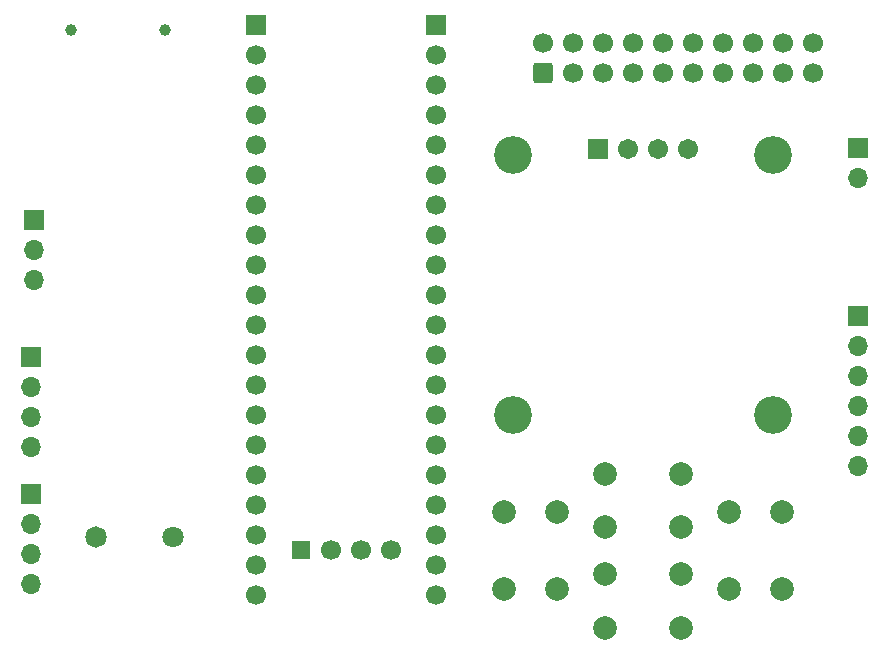
<source format=gbr>
%TF.GenerationSoftware,KiCad,Pcbnew,8.0.5*%
%TF.CreationDate,2024-12-26T15:28:07+01:00*%
%TF.ProjectId,sdiskII_stm32,73646973-6b49-4495-9f73-746d33322e6b,3*%
%TF.SameCoordinates,Original*%
%TF.FileFunction,Soldermask,Bot*%
%TF.FilePolarity,Negative*%
%FSLAX46Y46*%
G04 Gerber Fmt 4.6, Leading zero omitted, Abs format (unit mm)*
G04 Created by KiCad (PCBNEW 8.0.5) date 2024-12-26 15:28:07*
%MOMM*%
%LPD*%
G01*
G04 APERTURE LIST*
G04 Aperture macros list*
%AMRoundRect*
0 Rectangle with rounded corners*
0 $1 Rounding radius*
0 $2 $3 $4 $5 $6 $7 $8 $9 X,Y pos of 4 corners*
0 Add a 4 corners polygon primitive as box body*
4,1,4,$2,$3,$4,$5,$6,$7,$8,$9,$2,$3,0*
0 Add four circle primitives for the rounded corners*
1,1,$1+$1,$2,$3*
1,1,$1+$1,$4,$5*
1,1,$1+$1,$6,$7*
1,1,$1+$1,$8,$9*
0 Add four rect primitives between the rounded corners*
20,1,$1+$1,$2,$3,$4,$5,0*
20,1,$1+$1,$4,$5,$6,$7,0*
20,1,$1+$1,$6,$7,$8,$9,0*
20,1,$1+$1,$8,$9,$2,$3,0*%
G04 Aperture macros list end*
%ADD10RoundRect,0.250000X0.600000X-0.600000X0.600000X0.600000X-0.600000X0.600000X-0.600000X-0.600000X0*%
%ADD11C,1.700000*%
%ADD12R,1.700000X1.700000*%
%ADD13O,1.700000X1.700000*%
%ADD14C,2.000000*%
%ADD15C,1.824000*%
%ADD16C,1.800000*%
%ADD17R,1.524000X1.524000*%
%ADD18RoundRect,0.102000X-0.754000X-0.754000X0.754000X-0.754000X0.754000X0.754000X-0.754000X0.754000X0*%
%ADD19C,1.712000*%
%ADD20C,3.204000*%
%ADD21C,1.000000*%
G04 APERTURE END LIST*
D10*
%TO.C,J2*%
X178290000Y-92490000D03*
D11*
X178290000Y-89950000D03*
X180830000Y-92490000D03*
X180830000Y-89950000D03*
X183370000Y-92490000D03*
X183370000Y-89950000D03*
X185910000Y-92490000D03*
X185910000Y-89950000D03*
X188450000Y-92490000D03*
X188450000Y-89950000D03*
X190990000Y-92490000D03*
X190990000Y-89950000D03*
X193530000Y-92490000D03*
X193530000Y-89950000D03*
X196070000Y-92490000D03*
X196070000Y-89950000D03*
X198610000Y-92490000D03*
X198610000Y-89950000D03*
X201150000Y-92490000D03*
X201150000Y-89950000D03*
%TD*%
D12*
%TO.C,J3*%
X205000000Y-113050000D03*
D13*
X205000000Y-115590000D03*
X205000000Y-118130000D03*
X205000000Y-120670000D03*
X205000000Y-123210000D03*
X205000000Y-125750000D03*
%TD*%
D14*
%TO.C,UP1*%
X190040000Y-130950000D03*
X183540000Y-130950000D03*
X190040000Y-126450000D03*
X183540000Y-126450000D03*
%TD*%
D12*
%TO.C,DEBUG*%
X135000000Y-116500000D03*
D13*
X135000000Y-119040000D03*
X135000000Y-121580000D03*
X135000000Y-124120000D03*
%TD*%
D15*
%TO.C,BZ1*%
X140500000Y-131750000D03*
D16*
X147000000Y-131750000D03*
%TD*%
D12*
%TO.C,J4*%
X135240000Y-104975000D03*
D13*
X135240000Y-107515000D03*
X135240000Y-110055000D03*
%TD*%
D12*
%TO.C,\u03BCC1*%
X154050000Y-88440000D03*
D11*
X154050000Y-90980000D03*
X154050000Y-93520000D03*
X154050000Y-96060000D03*
X154050000Y-98600000D03*
X154050000Y-101140000D03*
X154050000Y-103680000D03*
X154050000Y-106220000D03*
X154050000Y-108760000D03*
X154050000Y-111300000D03*
X154050000Y-113840000D03*
X154050000Y-116380000D03*
X154050000Y-118920000D03*
X154050000Y-121460000D03*
X154050000Y-124000000D03*
X154050000Y-126540000D03*
X154050000Y-129080000D03*
X154050000Y-131620000D03*
X154050000Y-134160000D03*
X154050000Y-136700000D03*
X169290000Y-136700000D03*
X169290000Y-134160000D03*
X169290000Y-131620000D03*
X169290000Y-129080000D03*
X169290000Y-126540000D03*
X169290000Y-124000000D03*
X169290000Y-121460000D03*
X169290000Y-118920000D03*
X169290000Y-116380000D03*
X169290000Y-113840000D03*
X169290000Y-111300000D03*
X169290000Y-108760000D03*
X169290000Y-106220000D03*
X169290000Y-103680000D03*
X169290000Y-101140000D03*
X169290000Y-98600000D03*
X169290000Y-96060000D03*
X169290000Y-93520000D03*
X169290000Y-90980000D03*
D12*
X169290000Y-88440000D03*
D17*
X157860000Y-132890000D03*
D11*
X160400000Y-132890000D03*
X162940000Y-132890000D03*
X165480000Y-132890000D03*
%TD*%
D12*
%TO.C,J1*%
X205000000Y-98810000D03*
D13*
X205000000Y-101350000D03*
%TD*%
D14*
%TO.C,ENTR1*%
X198540000Y-129700000D03*
X198540000Y-136200000D03*
X194040000Y-129700000D03*
X194040000Y-136200000D03*
%TD*%
D12*
%TO.C,J6*%
X135000000Y-128180000D03*
D13*
X135000000Y-130720000D03*
X135000000Y-133260000D03*
X135000000Y-135800000D03*
%TD*%
D18*
%TO.C,U8*%
X182980000Y-98950000D03*
D19*
X185520000Y-98950000D03*
X188060000Y-98950000D03*
X190600000Y-98950000D03*
D20*
X175790000Y-99450000D03*
X197790000Y-99450000D03*
X197790000Y-121450000D03*
X175790000Y-121450000D03*
%TD*%
D21*
%TO.C,U2*%
X138340000Y-88850000D03*
X146340000Y-88850000D03*
%TD*%
D14*
%TO.C,RET1*%
X179540000Y-129700000D03*
X179540000Y-136200000D03*
X175040000Y-129700000D03*
X175040000Y-136200000D03*
%TD*%
%TO.C,DOWN1*%
X183540000Y-134950000D03*
X190040000Y-134950000D03*
X183540000Y-139450000D03*
X190040000Y-139450000D03*
%TD*%
M02*

</source>
